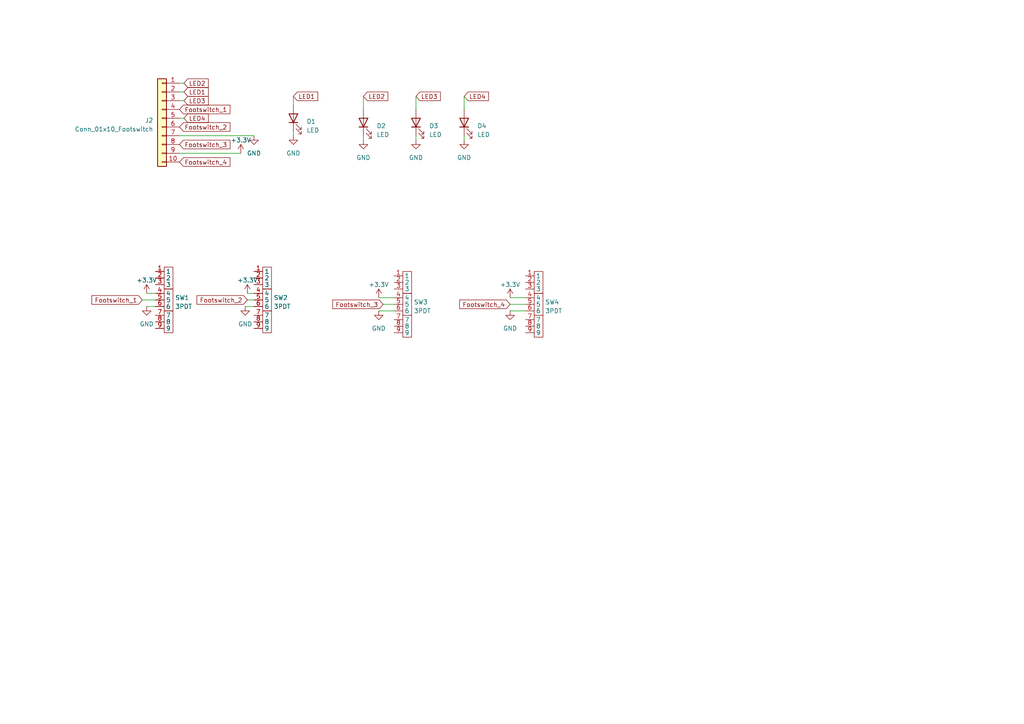
<source format=kicad_sch>
(kicad_sch (version 20230121) (generator eeschema)
  (paper "A4")
  (lib_symbols
    (symbol "Connector_Generic:Conn_01x10" (pin_names (offset 1.016) hide)
      (property "Reference" "J" (at 0 12.7 0))
      (property "Value" "Conn_01x10" (at 0 -15.24 0))
      (symbol "Conn_01x10_1_1"
        (rectangle (start -1.27 -12.573) (end 0 -12.827) (stroke (width 0.1524)))
        (rectangle (start -1.27 -10.033) (end 0 -10.287) (stroke (width 0.1524)))
        (rectangle (start -1.27 -7.493) (end 0 -7.747) (stroke (width 0.1524)))
        (rectangle (start -1.27 -4.953) (end 0 -5.207) (stroke (width 0.1524)))
        (rectangle (start -1.27 -2.413) (end 0 -2.667) (stroke (width 0.1524)))
        (rectangle (start -1.27 0.127) (end 0 -0.127) (stroke (width 0.1524)))
        (rectangle (start -1.27 2.667) (end 0 2.413) (stroke (width 0.1524)))
        (rectangle (start -1.27 5.207) (end 0 4.953) (stroke (width 0.1524)))
        (rectangle (start -1.27 7.747) (end 0 7.493) (stroke (width 0.1524)))
        (rectangle (start -1.27 10.287) (end 0 10.033) (stroke (width 0.1524)))
        (rectangle (start -1.27 11.43) (end 1.27 -13.97) (stroke (width 0.254)) (fill (type background)))
        (pin passive line (at -5.08 10.16 0) (length 3.81) (name "Pin_1") (number "1"))
        (pin passive line (at -5.08 -12.7 0) (length 3.81) (name "Pin_10") (number "10"))
        (pin passive line (at -5.08 7.62 0) (length 3.81) (name "Pin_2") (number "2"))
        (pin passive line (at -5.08 5.08 0) (length 3.81) (name "Pin_3") (number "3"))
        (pin passive line (at -5.08 2.54 0) (length 3.81) (name "Pin_4") (number "4"))
        (pin passive line (at -5.08 0 0) (length 3.81) (name "Pin_5") (number "5"))
        (pin passive line (at -5.08 -2.54 0) (length 3.81) (name "Pin_6") (number "6"))
        (pin passive line (at -5.08 -5.08 0) (length 3.81) (name "Pin_7") (number "7"))
        (pin passive line (at -5.08 -7.62 0) (length 3.81) (name "Pin_8") (number "8"))
        (pin passive line (at -5.08 -10.16 0) (length 3.81) (name "Pin_9") (number "9"))
      )
    )
    (symbol "Device:LED" (pin_numbers hide) (pin_names (offset 1.016) hide)
      (property "Reference" "D" (at 0 2.54 0))
      (property "Value" "LED" (at 0 -2.54 0))
      (symbol "LED_0_1"
        (polyline (pts (xy -1.27 -1.27) (xy -1.27 1.27)) (stroke (width 0.254)))
        (polyline (pts (xy -1.27 0) (xy 1.27 0)))
        (polyline (pts (xy 1.27 -1.27) (xy 1.27 1.27) (xy -1.27 0) (xy 1.27 -1.27)) (stroke (width 0.254)))
        (polyline (pts (xy -3.048 -0.762) (xy -4.572 -2.286) (xy -3.81 -2.286) (xy -4.572 -2.286) (xy -4.572 -1.524)))
        (polyline (pts (xy -1.778 -0.762) (xy -3.302 -2.286) (xy -2.54 -2.286) (xy -3.302 -2.286) (xy -3.302 -1.524)))
      )
      (symbol "LED_1_1"
        (pin passive line (at -3.81 0 0) (length 2.54) (name "K") (number "1"))
        (pin passive line (at 3.81 0 180) (length 2.54) (name "A") (number "2"))
      )
    )
    (symbol "power:+3.3V" (power) (pin_names (offset 0))
      (property "Value" "+3.3V" (at 0 3.556 0))
      (symbol "+3.3V_0_1"
        (polyline (pts (xy -0.762 1.27) (xy 0 2.54)))
        (polyline (pts (xy 0 0) (xy 0 2.54)))
        (polyline (pts (xy 0 2.54) (xy 0.762 1.27)))
      )
      (symbol "+3.3V_1_1"
        (pin power_in line (at 0 0 90) (length 0) hide (name "+3.3V") (number "1"))
      )
    )
    (symbol "power:GND" (power) (pin_names (offset 0))
      (property "Value" "GND" (at 0 -3.81 0))
      (symbol "GND_0_1"
        (polyline (pts (xy 0 0) (xy 0 -1.27) (xy 1.27 -1.27) (xy 0 -2.54) (xy -1.27 -1.27) (xy 0 -1.27)))
      )
      (symbol "GND_1_1"
        (pin power_in line (at 0 0 270) (length 0) hide (name "GND") (number "1"))
      )
    )
    (symbol "stm_audio:3PDT"
      (property "Reference" "SW" (at -3.175 -1.27 0))
      (property "Value" "3PDT" (at 0 0 0))
      (symbol "3PDT_0_1"
        (rectangle (start -4.445 -15.24) (end -1.905 -21.59))
        (rectangle (start -4.445 -8.89) (end -1.905 -15.24))
        (rectangle (start -4.445 -2.54) (end -1.905 -8.89))
      )
      (symbol "3PDT_1_1"
        (pin bidirectional line (at -6.985 -3.81 0) (length 2.54) (name "1") (number "1"))
        (pin bidirectional line (at -6.985 -5.715 0) (length 2.54) (name "2") (number "2"))
        (pin bidirectional line (at -6.985 -7.62 0) (length 2.54) (name "3") (number "3"))
        (pin bidirectional line (at -6.985 -10.16 0) (length 2.54) (name "4") (number "4"))
        (pin bidirectional line (at -6.985 -12.065 0) (length 2.54) (name "5") (number "5"))
        (pin bidirectional line (at -6.985 -13.97 0) (length 2.54) (name "6") (number "6"))
        (pin bidirectional line (at -6.985 -16.51 0) (length 2.54) (name "7") (number "7"))
        (pin bidirectional line (at -6.985 -18.415 0) (length 2.54) (name "8") (number "8"))
        (pin bidirectional line (at -6.985 -20.32 0) (length 2.54) (name "9") (number "9"))
      )
    )
  )
  (wire (pts (xy 105.41 27.94) (xy 105.41 31.75)))
  (wire (pts (xy 120.65 27.94) (xy 120.65 31.75)))
  (wire (pts (xy 71.12 88.9) (xy 73.66 88.9)))
  (wire (pts (xy 71.755 85.09) (xy 73.66 85.09)))
  (wire (pts (xy 73.66 39.37) (xy 52.07 39.37)))
  (wire (pts (xy 134.62 27.94) (xy 134.62 31.75)))
  (wire (pts (xy 105.41 40.64) (xy 105.41 39.37)))
  (wire (pts (xy 53.34 29.21) (xy 52.07 29.21)))
  (wire (pts (xy 85.09 38.1) (xy 85.09 39.37)))
  (wire (pts (xy 85.09 27.94) (xy 85.09 30.48)))
  (wire (pts (xy 109.855 90.17) (xy 114.3 90.17)))
  (wire (pts (xy 53.34 24.13) (xy 52.07 24.13)))
  (wire (pts (xy 69.85 44.45) (xy 52.07 44.45)))
  (wire (pts (xy 42.545 88.9) (xy 45.085 88.9)))
  (wire (pts (xy 41.275 86.995) (xy 45.085 86.995)))
  (wire (pts (xy 109.855 86.36) (xy 114.3 86.36)))
  (wire (pts (xy 71.755 86.995) (xy 73.66 86.995)))
  (wire (pts (xy 147.955 90.17) (xy 152.4 90.17)))
  (wire (pts (xy 147.955 86.36) (xy 152.4 86.36)))
  (wire (pts (xy 53.34 34.29) (xy 52.07 34.29)))
  (wire (pts (xy 53.34 26.67) (xy 52.07 26.67)))
  (wire (pts (xy 147.955 88.265) (xy 152.4 88.265)))
  (wire (pts (xy 134.62 40.64) (xy 134.62 39.37)))
  (wire (pts (xy 42.545 85.09) (xy 45.085 85.09)))
  (wire (pts (xy 111.125 88.265) (xy 114.3 88.265)))
  (wire (pts (xy 120.65 40.64) (xy 120.65 39.37)))
  (global_label "LED1" (shape input) (at 85.09 27.94 0) (property "Intersheetrefs" "${INTERSHEET_REFS}" (effects hide)))
  (global_label "Footswitch_2" (shape input) (at 52.07 36.83 0) (property "Intersheetrefs" "${INTERSHEET_REFS}" (effects hide)))
  (global_label "LED2" (shape input) (at 105.41 27.94 0) (property "Intersheetrefs" "${INTERSHEET_REFS}" (effects hide)))
  (global_label "Footswitch_2" (shape input) (at 71.755 86.995 180) (property "Intersheetrefs" "${INTERSHEET_REFS}" (effects hide)))
  (global_label "LED3" (shape input) (at 53.34 29.21 0) (property "Intersheetrefs" "${INTERSHEET_REFS}" (effects hide)))
  (global_label "Footswitch_4" (shape input) (at 147.955 88.265 180) (property "Intersheetrefs" "${INTERSHEET_REFS}" (effects hide)))
  (global_label "Footswitch_1" (shape input) (at 41.275 86.995 180) (property "Intersheetrefs" "${INTERSHEET_REFS}" (effects hide)))
  (global_label "Footswitch_4" (shape input) (at 52.07 46.99 0) (property "Intersheetrefs" "${INTERSHEET_REFS}" (effects hide)))
  (global_label "Footswitch_3" (shape input) (at 52.07 41.91 0) (property "Intersheetrefs" "${INTERSHEET_REFS}" (effects hide)))
  (global_label "LED1" (shape input) (at 53.34 26.67 0) (property "Intersheetrefs" "${INTERSHEET_REFS}" (effects hide)))
  (global_label "LED4" (shape input) (at 134.62 27.94 0) (property "Intersheetrefs" "${INTERSHEET_REFS}" (effects hide)))
  (global_label "Footswitch_1" (shape input) (at 52.07 31.75 0) (property "Intersheetrefs" "${INTERSHEET_REFS}" (effects hide)))
  (global_label "LED4" (shape input) (at 53.34 34.29 0) (property "Intersheetrefs" "${INTERSHEET_REFS}" (effects hide)))
  (global_label "LED2" (shape input) (at 53.34 24.13 0) (property "Intersheetrefs" "${INTERSHEET_REFS}" (effects hide)))
  (global_label "Footswitch_3" (shape input) (at 111.125 88.265 180) (property "Intersheetrefs" "${INTERSHEET_REFS}" (effects hide)))
  (global_label "LED3" (shape input) (at 120.65 27.94 0) (property "Intersheetrefs" "${INTERSHEET_REFS}" (effects hide)))
  (symbol (lib_id "power:+3.3V") (at 69.85 44.45 0) (unit 1)
    (property "Reference" "#PWR01" (effects hide))
    (property "Value" "+3.3V" (at 69.85 40.64 0))
  )
  (symbol (lib_id "Connector_Generic:Conn_01x10") (at 46.99 34.29 0) (mirror y) (unit 1)
    (property "Reference" "J2" (at 44.45 34.925 0) (effects (justify left)))
    (property "Value" "Conn_01x10_Footswitch" (at 44.45 37.465 0) (effects (justify left)))
    (property "Footprint" "Connector_IDC:IDC-Header_2x05_P2.54mm_Vertical" (effects hide))
    (property "LCSC Part" "C5665" (effects hide))
  )
  (symbol (lib_id "power:+3.3V") (at 109.855 86.36 0) (unit 1)
    (property "Reference" "#PWR09" (effects hide))
    (property "Value" "+3.3V" (at 109.855 82.55 0))
  )
  (symbol (lib_id "power:GND") (at 105.41 40.64 0) (unit 1)
    (property "Reference" "#PWR04" (effects hide))
    (property "Value" "GND" (at 105.41 45.72 0))
  )
  (symbol (lib_id "power:+3.3V") (at 42.545 85.09 0) (unit 1)
    (property "Reference" "#PWR07" (effects hide))
    (property "Value" "+3.3V" (at 42.545 81.28 0))
  )
  (symbol (lib_id "power:GND") (at 42.545 88.9 0) (unit 1)
    (property "Reference" "#PWR014" (effects hide))
    (property "Value" "GND" (at 42.545 93.98 0))
  )
  (symbol (lib_id "Device:LED") (at 105.41 35.56 90) (unit 1)
    (property "Reference" "D2" (at 109.22 36.5125 90) (effects (justify right)))
    (property "Value" "LED" (at 109.22 39.0525 90) (effects (justify right)))
    (property "Footprint" "LED_THT:LED_D5.0mm" (effects hide))
  )
  (symbol (lib_id "power:GND") (at 85.09 39.37 0) (unit 1)
    (property "Reference" "#PWR03" (effects hide))
    (property "Value" "GND" (at 85.09 44.45 0))
  )
  (symbol (lib_id "stm_audio:3PDT") (at 121.285 76.2 0) (unit 1)
    (property "Reference" "SW3" (at 120.015 87.63 0) (effects (justify left)))
    (property "Value" "3PDT" (at 120.015 90.17 0) (effects (justify left)))
    (property "Footprint" "switch:3PDT" (effects hide))
  )
  (symbol (lib_id "Device:LED") (at 85.09 34.29 90) (unit 1)
    (property "Reference" "D1" (at 88.9 35.2425 90) (effects (justify right)))
    (property "Value" "LED" (at 88.9 37.7825 90) (effects (justify right)))
    (property "Footprint" "LED_THT:LED_D5.0mm" (effects hide))
  )
  (symbol (lib_id "power:GND") (at 147.955 90.17 0) (unit 1)
    (property "Reference" "#PWR013" (effects hide))
    (property "Value" "GND" (at 147.955 95.25 0))
  )
  (symbol (lib_id "power:GND") (at 73.66 39.37 0) (unit 1)
    (property "Reference" "#PWR02" (effects hide))
    (property "Value" "GND" (at 73.66 44.45 0))
  )
  (symbol (lib_id "stm_audio:3PDT") (at 159.385 76.2 0) (unit 1)
    (property "Reference" "SW4" (at 158.115 87.63 0) (effects (justify left)))
    (property "Value" "3PDT" (at 158.115 90.17 0) (effects (justify left)))
    (property "Footprint" "switch:3PDT" (effects hide))
  )
  (symbol (lib_id "stm_audio:3PDT") (at 80.645 74.93 0) (unit 1)
    (property "Reference" "SW2" (at 79.375 86.36 0) (effects (justify left)))
    (property "Value" "3PDT" (at 79.375 88.9 0) (effects (justify left)))
    (property "Footprint" "switch:3PDT" (effects hide))
  )
  (symbol (lib_id "power:GND") (at 134.62 40.64 0) (unit 1)
    (property "Reference" "#PWR06" (effects hide))
    (property "Value" "GND" (at 134.62 45.72 0))
  )
  (symbol (lib_id "stm_audio:3PDT") (at 52.07 74.93 0) (unit 1)
    (property "Reference" "SW1" (at 50.8 86.36 0) (effects (justify left)))
    (property "Value" "3PDT" (at 50.8 88.9 0) (effects (justify left)))
    (property "Footprint" "switch:3PDT" (effects hide))
  )
  (symbol (lib_id "Device:LED") (at 120.65 35.56 90) (unit 1)
    (property "Reference" "D3" (at 124.46 36.5125 90) (effects (justify right)))
    (property "Value" "LED" (at 124.46 39.0525 90) (effects (justify right)))
    (property "Footprint" "LED_THT:LED_D5.0mm" (effects hide))
  )
  (symbol (lib_id "power:+3.3V") (at 71.755 85.09 0) (unit 1)
    (property "Reference" "#PWR011" (effects hide))
    (property "Value" "+3.3V" (at 71.755 81.28 0))
  )
  (symbol (lib_id "power:GND") (at 120.65 40.64 0) (unit 1)
    (property "Reference" "#PWR05" (effects hide))
    (property "Value" "GND" (at 120.65 45.72 0))
  )
  (symbol (lib_id "power:GND") (at 109.855 90.17 0) (unit 1)
    (property "Reference" "#PWR012" (effects hide))
    (property "Value" "GND" (at 109.855 95.25 0))
  )
  (symbol (lib_id "power:GND") (at 71.12 88.9 0) (unit 1)
    (property "Reference" "#PWR08" (effects hide))
    (property "Value" "GND" (at 71.12 93.98 0))
  )
  (symbol (lib_id "Device:LED") (at 134.62 35.56 90) (unit 1)
    (property "Reference" "D4" (at 138.43 36.5125 90) (effects (justify right)))
    (property "Value" "LED" (at 138.43 39.0525 90) (effects (justify right)))
    (property "Footprint" "LED_THT:LED_D5.0mm" (effects hide))
  )
  (symbol (lib_id "power:+3.3V") (at 147.955 86.36 0) (unit 1)
    (property "Reference" "#PWR010" (effects hide))
    (property "Value" "+3.3V" (at 147.955 82.55 0))
  )
)
</source>
